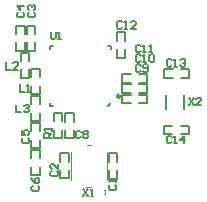
<source format=gto>
%FSLAX24Y24*%
%MOIN*%
G70*
G01*
G75*
G04 Layer_Color=65535*
%ADD10C,0.0080*%
%ADD11R,0.0200X0.0250*%
%ADD12O,0.0118X0.0335*%
%ADD13O,0.0335X0.0118*%
%ADD14R,0.1457X0.1457*%
%ADD15R,0.0433X0.0472*%
%ADD16R,0.0709X0.0394*%
%ADD17R,0.0250X0.0200*%
%ADD18C,0.0100*%
%ADD19C,0.0060*%
%ADD20C,0.0300*%
%ADD21C,0.0320*%
%ADD22C,0.0240*%
%ADD23C,0.0098*%
%ADD24C,0.0050*%
%ADD25C,0.0079*%
%ADD26C,0.0043*%
%ADD27C,0.0030*%
D23*
X4522Y3457D02*
G03*
X4522Y3457I-49J0D01*
G01*
D24*
X4140Y713D02*
X4420Y713D01*
X4140Y1553D02*
X4420Y1553D01*
X4420Y713D02*
X4420Y993D01*
X4140Y713D02*
X4140Y993D01*
X4140Y1273D02*
X4140Y1553D01*
X4420Y1273D02*
X4420Y1553D01*
X5151Y3236D02*
X5431Y3236D01*
X5151Y3516D02*
X5431Y3516D01*
X4591Y3516D02*
X4871Y3516D01*
X4591Y3236D02*
X4871Y3236D01*
X5431Y3236D02*
X5431Y3516D01*
X4591Y3236D02*
X4591Y3516D01*
X2530Y1563D02*
X2810Y1563D01*
X2530Y723D02*
X2810Y723D01*
X2530Y1283D02*
X2530Y1563D01*
X2810Y1283D02*
X2810Y1563D01*
X2810Y723D02*
X2810Y1003D01*
X2530Y723D02*
X2530Y1003D01*
X1415Y4976D02*
X1695Y4976D01*
X1415Y5816D02*
X1695Y5816D01*
X1695Y4976D02*
X1695Y5256D01*
X1415Y4976D02*
X1415Y5256D01*
X1415Y5536D02*
X1415Y5816D01*
X1695Y5536D02*
X1695Y5816D01*
X1065Y4976D02*
X1345Y4976D01*
X1065Y5816D02*
X1345Y5816D01*
X1345Y4976D02*
X1345Y5256D01*
X1065Y4976D02*
X1065Y5256D01*
X1065Y5536D02*
X1065Y5816D01*
X1345Y5536D02*
X1345Y5816D01*
X4591Y3916D02*
X4591Y4196D01*
X5431Y3916D02*
X5431Y4196D01*
X4591Y3916D02*
X4871Y3916D01*
X4591Y4196D02*
X4871Y4196D01*
X5151Y4196D02*
X5431Y4196D01*
X5151Y3916D02*
X5431Y3916D01*
X2691Y2056D02*
X2971Y2056D01*
X2691Y2896D02*
X2971Y2896D01*
X2971Y2056D02*
X2971Y2336D01*
X2691Y2056D02*
X2691Y2336D01*
X2691Y2616D02*
X2691Y2896D01*
X2971Y2616D02*
X2971Y2896D01*
X1565Y2566D02*
X1845Y2566D01*
X1565Y1726D02*
X1845Y1726D01*
X1565Y2286D02*
X1565Y2566D01*
X1845Y2286D02*
X1845Y2566D01*
X1845Y1726D02*
X1845Y2006D01*
X1565Y1726D02*
X1565Y2006D01*
X1565Y826D02*
X1845Y826D01*
X1565Y1666D02*
X1845Y1666D01*
X1845Y826D02*
X1845Y1106D01*
X1565Y826D02*
X1565Y1106D01*
X1565Y1386D02*
X1565Y1666D01*
X1845Y1386D02*
X1845Y1666D01*
X1565Y3526D02*
X1845Y3526D01*
X1565Y4366D02*
X1845Y4366D01*
X1845Y3526D02*
X1845Y3806D01*
X1565Y3526D02*
X1565Y3806D01*
X1565Y4086D02*
X1565Y4366D01*
X1845Y4086D02*
X1845Y4366D01*
X1215Y4076D02*
X1495Y4076D01*
X1215Y4916D02*
X1495Y4916D01*
X1495Y4076D02*
X1495Y4356D01*
X1215Y4076D02*
X1215Y4356D01*
X1215Y4636D02*
X1215Y4916D01*
X1495Y4636D02*
X1495Y4916D01*
X1565Y2626D02*
X1845Y2626D01*
X1565Y3466D02*
X1845Y3466D01*
X1845Y2626D02*
X1845Y2906D01*
X1565Y2626D02*
X1565Y2906D01*
X1565Y3186D02*
X1565Y3466D01*
X1845Y3186D02*
X1845Y3466D01*
X2311Y2062D02*
X2591Y2062D01*
X2311Y2902D02*
X2591Y2902D01*
X2591Y2062D02*
X2591Y2342D01*
X2311Y2062D02*
X2311Y2342D01*
X2311Y2622D02*
X2311Y2902D01*
X2591Y2622D02*
X2591Y2902D01*
X4415Y5586D02*
X4695Y5586D01*
X4415Y4746D02*
X4695Y4746D01*
X4415Y5306D02*
X4415Y5586D01*
X4695Y5306D02*
X4695Y5586D01*
X4695Y4746D02*
X4695Y5026D01*
X4415Y4746D02*
X4415Y5026D01*
X5991Y4076D02*
X5991Y4356D01*
X6831Y4076D02*
X6831Y4356D01*
X5991Y4076D02*
X6271Y4076D01*
X5991Y4356D02*
X6271Y4356D01*
X6551Y4356D02*
X6831Y4356D01*
X6551Y4076D02*
X6831Y4076D01*
X6821Y2196D02*
X6821Y2476D01*
X5981Y2196D02*
X5981Y2476D01*
X6541Y2476D02*
X6821Y2476D01*
X6541Y2196D02*
X6821Y2196D01*
X5981Y2196D02*
X6261Y2196D01*
X5981Y2476D02*
X6261Y2476D01*
X4591Y3576D02*
X4591Y3856D01*
X5431Y3576D02*
X5431Y3856D01*
X4591Y3576D02*
X4871Y3576D01*
X4591Y3856D02*
X4871Y3856D01*
X5151Y3856D02*
X5431Y3856D01*
X5151Y3576D02*
X5431Y3576D01*
X4185Y503D02*
X4143Y461D01*
X4143Y378D01*
X4185Y336D01*
X4351Y336D01*
X4393Y378D01*
X4393Y461D01*
X4351Y503D01*
X4393Y586D02*
X4393Y669D01*
X4393Y628D01*
X4143Y628D01*
X4185Y586D01*
X2205Y5616D02*
X2205Y5408D01*
X2247Y5366D01*
X2330Y5366D01*
X2372Y5408D01*
X2372Y5616D01*
X2455Y5366D02*
X2538Y5366D01*
X2497Y5366D01*
X2497Y5616D01*
X2455Y5574D01*
X3300Y370D02*
X3467Y120D01*
X3467Y370D02*
X3300Y120D01*
X3550Y120D02*
X3633Y120D01*
X3592Y120D01*
X3592Y370D01*
X3550Y328D01*
X6810Y3410D02*
X6977Y3160D01*
X6977Y3410D02*
X6810Y3160D01*
X7227Y3160D02*
X7060Y3160D01*
X7227Y3327D01*
X7227Y3368D01*
X7185Y3410D01*
X7102Y3410D01*
X7060Y3368D01*
X2245Y963D02*
X2203Y921D01*
X2203Y838D01*
X2245Y796D01*
X2411Y796D01*
X2453Y838D01*
X2453Y921D01*
X2411Y963D01*
X2453Y1213D02*
X2453Y1046D01*
X2286Y1213D01*
X2245Y1213D01*
X2203Y1171D01*
X2203Y1088D01*
X2245Y1046D01*
X1488Y6253D02*
X1446Y6211D01*
X1446Y6128D01*
X1488Y6086D01*
X1654Y6086D01*
X1696Y6128D01*
X1696Y6211D01*
X1654Y6253D01*
X1488Y6336D02*
X1446Y6378D01*
X1446Y6461D01*
X1488Y6503D01*
X1529Y6503D01*
X1571Y6461D01*
X1571Y6419D01*
X1571Y6461D01*
X1613Y6503D01*
X1654Y6503D01*
X1696Y6461D01*
X1696Y6378D01*
X1654Y6336D01*
X1117Y6253D02*
X1075Y6211D01*
X1075Y6128D01*
X1117Y6086D01*
X1283Y6086D01*
X1325Y6128D01*
X1325Y6211D01*
X1283Y6253D01*
X1325Y6461D02*
X1075Y6461D01*
X1200Y6336D01*
X1200Y6503D01*
X5205Y5138D02*
X5163Y5180D01*
X5080Y5180D01*
X5038Y5138D01*
X5038Y4971D01*
X5080Y4930D01*
X5163Y4930D01*
X5205Y4971D01*
X5288Y4930D02*
X5372Y4930D01*
X5330Y4930D01*
X5330Y5180D01*
X5288Y5138D01*
X5497Y4930D02*
X5580Y4930D01*
X5538Y4930D01*
X5538Y5180D01*
X5497Y5138D01*
X5207Y4478D02*
X5165Y4520D01*
X5082Y4520D01*
X5040Y4478D01*
X5040Y4312D01*
X5082Y4270D01*
X5165Y4270D01*
X5207Y4312D01*
X5290Y4312D02*
X5332Y4270D01*
X5415Y4270D01*
X5457Y4312D01*
X5457Y4478D01*
X5415Y4520D01*
X5332Y4520D01*
X5290Y4478D01*
X5290Y4437D01*
X5332Y4395D01*
X5457Y4395D01*
X3210Y2274D02*
X3168Y2316D01*
X3085Y2316D01*
X3043Y2274D01*
X3043Y2108D01*
X3085Y2066D01*
X3168Y2066D01*
X3210Y2108D01*
X3293Y2274D02*
X3335Y2316D01*
X3418Y2316D01*
X3459Y2274D01*
X3459Y2233D01*
X3418Y2191D01*
X3459Y2149D01*
X3459Y2108D01*
X3418Y2066D01*
X3335Y2066D01*
X3293Y2108D01*
X3293Y2149D01*
X3335Y2191D01*
X3293Y2233D01*
X3293Y2274D01*
X3335Y2191D02*
X3418Y2191D01*
X1287Y2073D02*
X1245Y2031D01*
X1245Y1948D01*
X1287Y1906D01*
X1453Y1906D01*
X1495Y1948D01*
X1495Y2031D01*
X1453Y2073D01*
X1245Y2323D02*
X1245Y2156D01*
X1370Y2156D01*
X1328Y2239D01*
X1328Y2281D01*
X1370Y2323D01*
X1453Y2323D01*
X1495Y2281D01*
X1495Y2198D01*
X1453Y2156D01*
X1604Y477D02*
X1562Y435D01*
X1562Y352D01*
X1604Y310D01*
X1771Y310D01*
X1812Y352D01*
X1812Y435D01*
X1771Y477D01*
X1562Y727D02*
X1604Y643D01*
X1687Y560D01*
X1771Y560D01*
X1812Y602D01*
X1812Y685D01*
X1771Y727D01*
X1729Y727D01*
X1687Y685D01*
X1687Y560D01*
X1175Y3856D02*
X1175Y3606D01*
X1342Y3606D01*
X1425Y3606D02*
X1508Y3606D01*
X1467Y3606D01*
X1467Y3856D01*
X1425Y3814D01*
X710Y4600D02*
X710Y4350D01*
X877Y4350D01*
X1127Y4350D02*
X960Y4350D01*
X1127Y4517D01*
X1127Y4558D01*
X1085Y4600D01*
X1002Y4600D01*
X960Y4558D01*
X1065Y3176D02*
X1065Y2926D01*
X1232Y2926D01*
X1315Y3134D02*
X1357Y3176D01*
X1440Y3176D01*
X1482Y3134D01*
X1482Y3093D01*
X1440Y3051D01*
X1398Y3051D01*
X1440Y3051D01*
X1482Y3009D01*
X1482Y2968D01*
X1440Y2926D01*
X1357Y2926D01*
X1315Y2968D01*
X2243Y2066D02*
X1993Y2066D01*
X1993Y2191D01*
X2035Y2233D01*
X2118Y2233D01*
X2160Y2191D01*
X2160Y2066D01*
X2160Y2149D02*
X2243Y2233D01*
X2243Y2316D02*
X2243Y2399D01*
X2243Y2358D01*
X1993Y2358D01*
X2035Y2316D01*
X4582Y5924D02*
X4540Y5966D01*
X4457Y5966D01*
X4415Y5924D01*
X4415Y5758D01*
X4457Y5716D01*
X4540Y5716D01*
X4582Y5758D01*
X4665Y5716D02*
X4748Y5716D01*
X4707Y5716D01*
X4707Y5966D01*
X4665Y5924D01*
X5040Y5716D02*
X4873Y5716D01*
X5040Y5883D01*
X5040Y5924D01*
X4998Y5966D01*
X4915Y5966D01*
X4873Y5924D01*
X6244Y4652D02*
X6202Y4694D01*
X6119Y4694D01*
X6077Y4652D01*
X6077Y4485D01*
X6119Y4444D01*
X6202Y4444D01*
X6244Y4485D01*
X6327Y4444D02*
X6411Y4444D01*
X6369Y4444D01*
X6369Y4694D01*
X6327Y4652D01*
X6536Y4652D02*
X6577Y4694D01*
X6661Y4694D01*
X6702Y4652D01*
X6702Y4610D01*
X6661Y4569D01*
X6619Y4569D01*
X6661Y4569D01*
X6702Y4527D01*
X6702Y4485D01*
X6661Y4444D01*
X6577Y4444D01*
X6536Y4485D01*
X6240Y2099D02*
X6198Y2141D01*
X6115Y2141D01*
X6073Y2099D01*
X6073Y1933D01*
X6115Y1891D01*
X6198Y1891D01*
X6240Y1933D01*
X6323Y1891D02*
X6406Y1891D01*
X6365Y1891D01*
X6365Y2141D01*
X6323Y2099D01*
X6656Y1891D02*
X6656Y2141D01*
X6531Y2016D01*
X6698Y2016D01*
X5205Y4809D02*
X5163Y4851D01*
X5080Y4851D01*
X5038Y4809D01*
X5038Y4643D01*
X5080Y4601D01*
X5163Y4601D01*
X5205Y4643D01*
X5288Y4601D02*
X5372Y4601D01*
X5330Y4601D01*
X5330Y4851D01*
X5288Y4809D01*
X5497Y4809D02*
X5538Y4851D01*
X5622Y4851D01*
X5663Y4809D01*
X5663Y4643D01*
X5622Y4601D01*
X5538Y4601D01*
X5497Y4643D01*
X5497Y4809D01*
D25*
X4107Y3142D02*
X4209Y3244D01*
X4209Y5048D02*
X4209Y5150D01*
X4107Y5150D02*
X4209Y5150D01*
X2201Y5048D02*
X2201Y5150D01*
X2303Y5150D01*
X2201Y3142D02*
X2201Y3244D01*
X2201Y3142D02*
X2303Y3142D01*
X6657Y3044D02*
X6657Y3516D01*
X6066Y3044D02*
X6066Y3516D01*
D26*
X3401Y430D02*
X3538Y430D01*
X4071Y660D02*
X4071Y1610D01*
X3415Y1840D02*
X3561Y1840D01*
X2881Y660D02*
X2881Y1610D01*
D27*
X3983Y196D02*
X4033Y196D01*
X4008Y196D01*
X4008Y346D01*
X3983Y321D01*
M02*

</source>
